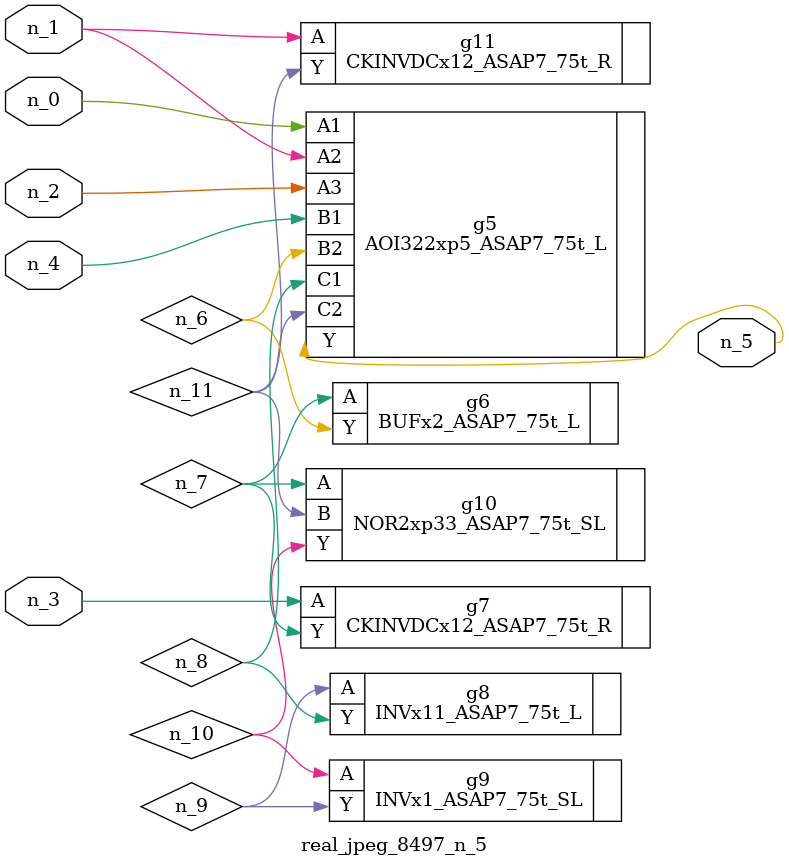
<source format=v>
module real_jpeg_8497_n_5 (n_4, n_0, n_1, n_2, n_3, n_5);

input n_4;
input n_0;
input n_1;
input n_2;
input n_3;

output n_5;

wire n_8;
wire n_11;
wire n_6;
wire n_7;
wire n_10;
wire n_9;

AOI322xp5_ASAP7_75t_L g5 ( 
.A1(n_0),
.A2(n_1),
.A3(n_2),
.B1(n_4),
.B2(n_6),
.C1(n_8),
.C2(n_11),
.Y(n_5)
);

CKINVDCx12_ASAP7_75t_R g11 ( 
.A(n_1),
.Y(n_11)
);

CKINVDCx12_ASAP7_75t_R g7 ( 
.A(n_3),
.Y(n_7)
);

BUFx2_ASAP7_75t_L g6 ( 
.A(n_7),
.Y(n_6)
);

NOR2xp33_ASAP7_75t_SL g10 ( 
.A(n_7),
.B(n_11),
.Y(n_10)
);

INVx11_ASAP7_75t_L g8 ( 
.A(n_9),
.Y(n_8)
);

INVx1_ASAP7_75t_SL g9 ( 
.A(n_10),
.Y(n_9)
);


endmodule
</source>
